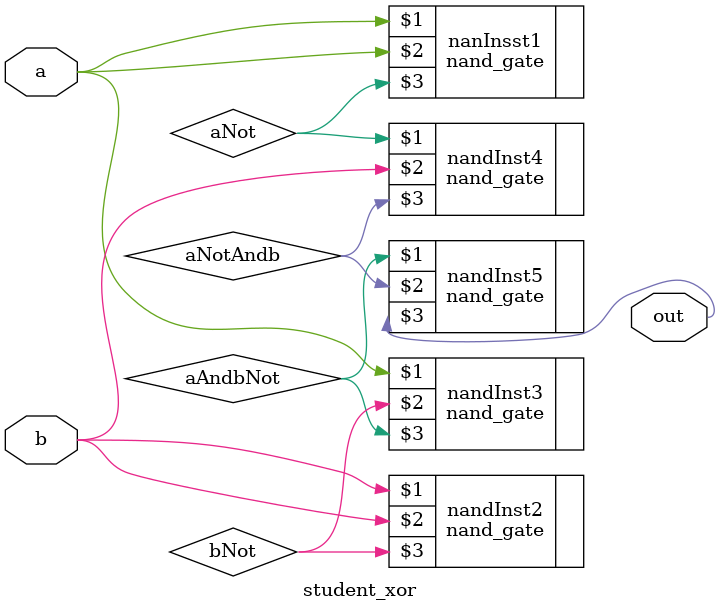
<source format=v>
module student_xor (input a, b, output out);
    /*
    * Develop your solution here.
    * You can use NAND (nand_gate) or any gate you've already created
    * (student_xyz).
    * Please don't use built-in versions of the gate you are modeling.
    */
    wire aNot, bNot, aAndbNot, aNotAndb;

    nand_gate nanInsst1 (a, a, aNot);
    nand_gate nandInst2 (b, b, bNot);
    nand_gate nandInst3 (a, bNot, aAndbNot);
    nand_gate nandInst4 (aNot, b, aNotAndb);
    nand_gate nandInst5 (aAndbNot, aNotAndb, out);
endmodule

</source>
